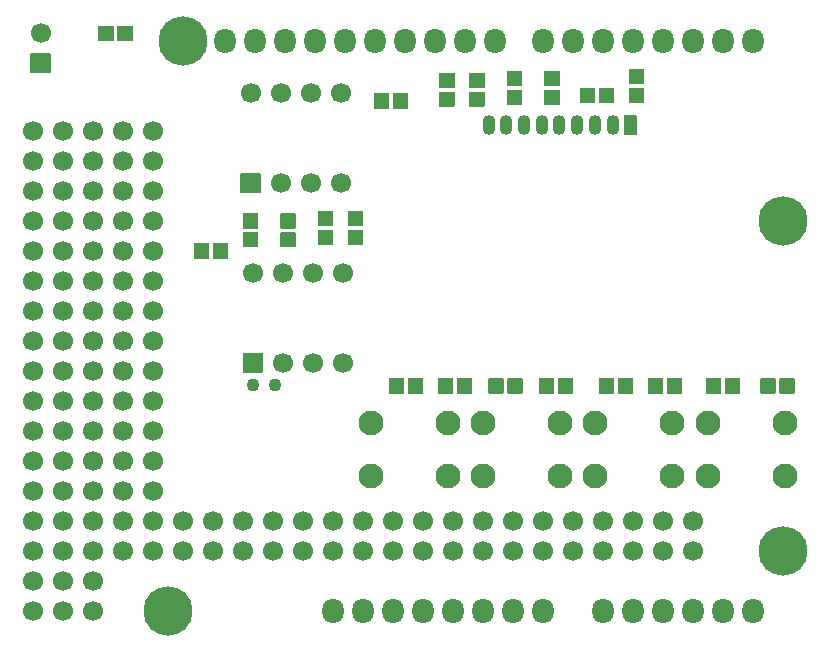
<source format=gts>
G04 #@! TF.GenerationSoftware,KiCad,Pcbnew,(5.1.12)-1*
G04 #@! TF.CreationDate,2021-12-01T17:13:29+09:00*
G04 #@! TF.ProjectId,kicad_arduino_LCD,6b696361-645f-4617-9264-75696e6f5f4c,rev?*
G04 #@! TF.SameCoordinates,PX7339f30PY4576b0c*
G04 #@! TF.FileFunction,Soldermask,Top*
G04 #@! TF.FilePolarity,Negative*
%FSLAX45Y45*%
G04 Gerber Fmt 4.5, Leading zero omitted, Abs format (unit mm)*
G04 Created by KiCad (PCBNEW (5.1.12)-1) date 2021-12-01 17:13:29*
%MOMM*%
%LPD*%
G01*
G04 APERTURE LIST*
%ADD10O,1.100000X1.700000*%
%ADD11C,1.700000*%
%ADD12C,2.100000*%
%ADD13O,1.827200X2.132000*%
%ADD14C,4.164000*%
%ADD15C,1.100000*%
G04 APERTURE END LIST*
D10*
X4111000Y-969000D03*
X4261000Y-969000D03*
X4411000Y-969000D03*
X4561000Y-969000D03*
X4711000Y-969000D03*
X4861000Y-969000D03*
X5011000Y-969000D03*
X5161000Y-969000D03*
G36*
G01*
X5366000Y-889000D02*
X5366000Y-1049000D01*
G75*
G02*
X5361000Y-1054000I-5000J0D01*
G01*
X5261000Y-1054000D01*
G75*
G02*
X5256000Y-1049000I0J5000D01*
G01*
X5256000Y-889000D01*
G75*
G02*
X5261000Y-884000I5000J0D01*
G01*
X5361000Y-884000D01*
G75*
G02*
X5366000Y-889000I0J-5000D01*
G01*
G37*
D11*
X762000Y-4826000D03*
X762000Y-5080000D03*
X508000Y-4826000D03*
X508000Y-5080000D03*
X254000Y-4826000D03*
X254000Y-5080000D03*
X5842000Y-4318000D03*
X5842000Y-4572000D03*
X5588000Y-4318000D03*
X5334000Y-4572000D03*
X5588000Y-4572000D03*
X5334000Y-4318000D03*
X4826000Y-4572000D03*
X4064000Y-4572000D03*
X5080000Y-4572000D03*
X4318000Y-4572000D03*
X4572000Y-4572000D03*
X4826000Y-4318000D03*
X4064000Y-4318000D03*
X5080000Y-4318000D03*
X4318000Y-4318000D03*
X4572000Y-4318000D03*
X3556000Y-4572000D03*
X2794000Y-4572000D03*
X3810000Y-4572000D03*
X3048000Y-4572000D03*
X3302000Y-4572000D03*
X3556000Y-4318000D03*
X2794000Y-4318000D03*
X3810000Y-4318000D03*
X3048000Y-4318000D03*
X3302000Y-4318000D03*
X2286000Y-4572000D03*
X1524000Y-4572000D03*
X2540000Y-4572000D03*
X1778000Y-4572000D03*
X2032000Y-4572000D03*
X2286000Y-4318000D03*
X1524000Y-4318000D03*
X2540000Y-4318000D03*
X1778000Y-4318000D03*
X2032000Y-4318000D03*
X1016000Y-4572000D03*
X254000Y-4572000D03*
X1270000Y-4572000D03*
X508000Y-4572000D03*
X762000Y-4572000D03*
X1016000Y-4318000D03*
X254000Y-4318000D03*
X1270000Y-4318000D03*
X508000Y-4318000D03*
X762000Y-4318000D03*
X1016000Y-4064000D03*
X254000Y-4064000D03*
X1270000Y-4064000D03*
X508000Y-4064000D03*
X762000Y-4064000D03*
X1016000Y-3810000D03*
X254000Y-3810000D03*
X1270000Y-3810000D03*
X508000Y-3810000D03*
X762000Y-3810000D03*
X1016000Y-3556000D03*
X254000Y-3556000D03*
X1270000Y-3556000D03*
X508000Y-3556000D03*
X762000Y-3556000D03*
X1016000Y-3302000D03*
X254000Y-3302000D03*
X1270000Y-3302000D03*
X508000Y-3302000D03*
X762000Y-3302000D03*
X1016000Y-3048000D03*
X254000Y-3048000D03*
X1270000Y-3048000D03*
X508000Y-3048000D03*
X762000Y-3048000D03*
X1016000Y-2794000D03*
X254000Y-2794000D03*
X1270000Y-2794000D03*
X508000Y-2794000D03*
X762000Y-2794000D03*
X1016000Y-2540000D03*
X254000Y-2540000D03*
X1270000Y-2540000D03*
X508000Y-2540000D03*
X762000Y-2540000D03*
X1016000Y-2286000D03*
X254000Y-2286000D03*
X1270000Y-2286000D03*
X508000Y-2286000D03*
X762000Y-2286000D03*
X1016000Y-2032000D03*
X254000Y-2032000D03*
X1270000Y-2032000D03*
X508000Y-2032000D03*
X762000Y-2032000D03*
X1016000Y-1778000D03*
X254000Y-1778000D03*
X1270000Y-1778000D03*
X508000Y-1778000D03*
X762000Y-1778000D03*
X1016000Y-1524000D03*
X254000Y-1524000D03*
X1270000Y-1524000D03*
X508000Y-1524000D03*
X762000Y-1524000D03*
X1016000Y-1270000D03*
X254000Y-1270000D03*
X1270000Y-1270000D03*
X508000Y-1270000D03*
X762000Y-1270000D03*
X1270000Y-1016000D03*
X1016000Y-1016000D03*
X762000Y-1016000D03*
X508000Y-1016000D03*
X254000Y-1016000D03*
G36*
G01*
X2155500Y-1843000D02*
X2035500Y-1843000D01*
G75*
G02*
X2030500Y-1838000I0J5000D01*
G01*
X2030500Y-1718000D01*
G75*
G02*
X2035500Y-1713000I5000J0D01*
G01*
X2155500Y-1713000D01*
G75*
G02*
X2160500Y-1718000I0J-5000D01*
G01*
X2160500Y-1838000D01*
G75*
G02*
X2155500Y-1843000I-5000J0D01*
G01*
G37*
G36*
G01*
X2155500Y-2003000D02*
X2035500Y-2003000D01*
G75*
G02*
X2030500Y-1998000I0J5000D01*
G01*
X2030500Y-1878000D01*
G75*
G02*
X2035500Y-1873000I5000J0D01*
G01*
X2155500Y-1873000D01*
G75*
G02*
X2160500Y-1878000I0J-5000D01*
G01*
X2160500Y-1998000D01*
G75*
G02*
X2155500Y-2003000I-5000J0D01*
G01*
G37*
G36*
G01*
X2473000Y-2003000D02*
X2353000Y-2003000D01*
G75*
G02*
X2348000Y-1998000I0J5000D01*
G01*
X2348000Y-1878000D01*
G75*
G02*
X2353000Y-1873000I5000J0D01*
G01*
X2473000Y-1873000D01*
G75*
G02*
X2478000Y-1878000I0J-5000D01*
G01*
X2478000Y-1998000D01*
G75*
G02*
X2473000Y-2003000I-5000J0D01*
G01*
G37*
G36*
G01*
X2473000Y-1843000D02*
X2353000Y-1843000D01*
G75*
G02*
X2348000Y-1838000I0J5000D01*
G01*
X2348000Y-1718000D01*
G75*
G02*
X2353000Y-1713000I5000J0D01*
G01*
X2473000Y-1713000D01*
G75*
G02*
X2478000Y-1718000I0J-5000D01*
G01*
X2478000Y-1838000D01*
G75*
G02*
X2473000Y-1843000I-5000J0D01*
G01*
G37*
D12*
X5969000Y-3487000D03*
X6619000Y-3487000D03*
X5969000Y-3937000D03*
X6619000Y-3937000D03*
D13*
X6350000Y-254000D03*
X6096000Y-254000D03*
X5842000Y-254000D03*
X5588000Y-254000D03*
X5334000Y-254000D03*
X5080000Y-254000D03*
X4826000Y-254000D03*
X4572000Y-254000D03*
D14*
X6604000Y-1778000D03*
X1524000Y-254000D03*
X6604000Y-4572000D03*
D13*
X4165600Y-254000D03*
X3911600Y-254000D03*
X3657600Y-254000D03*
X3403600Y-254000D03*
X3149600Y-254000D03*
X2895600Y-254000D03*
X2641600Y-254000D03*
X2387600Y-254000D03*
X2133600Y-254000D03*
X1879600Y-254000D03*
D14*
X1397000Y-5080000D03*
D13*
X6350000Y-5080000D03*
X6096000Y-5080000D03*
X5842000Y-5080000D03*
X5588000Y-5080000D03*
X5334000Y-5080000D03*
X5080000Y-5080000D03*
X4572000Y-5080000D03*
X4318000Y-5080000D03*
X4064000Y-5080000D03*
X3810000Y-5080000D03*
X3556000Y-5080000D03*
X3302000Y-5080000D03*
X3048000Y-5080000D03*
X2794000Y-5080000D03*
G36*
G01*
X397500Y-529500D02*
X237500Y-529500D01*
G75*
G02*
X232500Y-524500I0J5000D01*
G01*
X232500Y-364500D01*
G75*
G02*
X237500Y-359500I5000J0D01*
G01*
X397500Y-359500D01*
G75*
G02*
X402500Y-364500I0J-5000D01*
G01*
X402500Y-524500D01*
G75*
G02*
X397500Y-529500I-5000J0D01*
G01*
G37*
D11*
X317500Y-190500D03*
G36*
G01*
X1616500Y-2092000D02*
X1616500Y-1972000D01*
G75*
G02*
X1621500Y-1967000I5000J0D01*
G01*
X1741500Y-1967000D01*
G75*
G02*
X1746500Y-1972000I0J-5000D01*
G01*
X1746500Y-2092000D01*
G75*
G02*
X1741500Y-2097000I-5000J0D01*
G01*
X1621500Y-2097000D01*
G75*
G02*
X1616500Y-2092000I0J5000D01*
G01*
G37*
G36*
G01*
X1776500Y-2092000D02*
X1776500Y-1972000D01*
G75*
G02*
X1781500Y-1967000I5000J0D01*
G01*
X1901500Y-1967000D01*
G75*
G02*
X1906500Y-1972000I0J-5000D01*
G01*
X1906500Y-2092000D01*
G75*
G02*
X1901500Y-2097000I-5000J0D01*
G01*
X1781500Y-2097000D01*
G75*
G02*
X1776500Y-2092000I0J5000D01*
G01*
G37*
G36*
G01*
X5176000Y-655000D02*
X5176000Y-775000D01*
G75*
G02*
X5171000Y-780000I-5000J0D01*
G01*
X5051000Y-780000D01*
G75*
G02*
X5046000Y-775000I0J5000D01*
G01*
X5046000Y-655000D01*
G75*
G02*
X5051000Y-650000I5000J0D01*
G01*
X5171000Y-650000D01*
G75*
G02*
X5176000Y-655000I0J-5000D01*
G01*
G37*
G36*
G01*
X5016000Y-655000D02*
X5016000Y-775000D01*
G75*
G02*
X5011000Y-780000I-5000J0D01*
G01*
X4891000Y-780000D01*
G75*
G02*
X4886000Y-775000I0J5000D01*
G01*
X4886000Y-655000D01*
G75*
G02*
X4891000Y-650000I5000J0D01*
G01*
X5011000Y-650000D01*
G75*
G02*
X5016000Y-655000I0J-5000D01*
G01*
G37*
G36*
G01*
X4707500Y-796500D02*
X4587500Y-796500D01*
G75*
G02*
X4582500Y-791500I0J5000D01*
G01*
X4582500Y-671500D01*
G75*
G02*
X4587500Y-666500I5000J0D01*
G01*
X4707500Y-666500D01*
G75*
G02*
X4712500Y-671500I0J-5000D01*
G01*
X4712500Y-791500D01*
G75*
G02*
X4707500Y-796500I-5000J0D01*
G01*
G37*
G36*
G01*
X4707500Y-636500D02*
X4587500Y-636500D01*
G75*
G02*
X4582500Y-631500I0J5000D01*
G01*
X4582500Y-511500D01*
G75*
G02*
X4587500Y-506500I5000J0D01*
G01*
X4707500Y-506500D01*
G75*
G02*
X4712500Y-511500I0J-5000D01*
G01*
X4712500Y-631500D01*
G75*
G02*
X4707500Y-636500I-5000J0D01*
G01*
G37*
G36*
G01*
X5425000Y-620000D02*
X5305000Y-620000D01*
G75*
G02*
X5300000Y-615000I0J5000D01*
G01*
X5300000Y-495000D01*
G75*
G02*
X5305000Y-490000I5000J0D01*
G01*
X5425000Y-490000D01*
G75*
G02*
X5430000Y-495000I0J-5000D01*
G01*
X5430000Y-615000D01*
G75*
G02*
X5425000Y-620000I-5000J0D01*
G01*
G37*
G36*
G01*
X5425000Y-780000D02*
X5305000Y-780000D01*
G75*
G02*
X5300000Y-775000I0J5000D01*
G01*
X5300000Y-655000D01*
G75*
G02*
X5305000Y-650000I5000J0D01*
G01*
X5425000Y-650000D01*
G75*
G02*
X5430000Y-655000I0J-5000D01*
G01*
X5430000Y-775000D01*
G75*
G02*
X5425000Y-780000I-5000J0D01*
G01*
G37*
G36*
G01*
X2924500Y-1853000D02*
X3044500Y-1853000D01*
G75*
G02*
X3049500Y-1858000I0J-5000D01*
G01*
X3049500Y-1978000D01*
G75*
G02*
X3044500Y-1983000I-5000J0D01*
G01*
X2924500Y-1983000D01*
G75*
G02*
X2919500Y-1978000I0J5000D01*
G01*
X2919500Y-1858000D01*
G75*
G02*
X2924500Y-1853000I5000J0D01*
G01*
G37*
G36*
G01*
X2924500Y-1693000D02*
X3044500Y-1693000D01*
G75*
G02*
X3049500Y-1698000I0J-5000D01*
G01*
X3049500Y-1818000D01*
G75*
G02*
X3044500Y-1823000I-5000J0D01*
G01*
X2924500Y-1823000D01*
G75*
G02*
X2919500Y-1818000I0J5000D01*
G01*
X2919500Y-1698000D01*
G75*
G02*
X2924500Y-1693000I5000J0D01*
G01*
G37*
G36*
G01*
X2670500Y-1693000D02*
X2790500Y-1693000D01*
G75*
G02*
X2795500Y-1698000I0J-5000D01*
G01*
X2795500Y-1818000D01*
G75*
G02*
X2790500Y-1823000I-5000J0D01*
G01*
X2670500Y-1823000D01*
G75*
G02*
X2665500Y-1818000I0J5000D01*
G01*
X2665500Y-1698000D01*
G75*
G02*
X2670500Y-1693000I5000J0D01*
G01*
G37*
G36*
G01*
X2670500Y-1853000D02*
X2790500Y-1853000D01*
G75*
G02*
X2795500Y-1858000I0J-5000D01*
G01*
X2795500Y-1978000D01*
G75*
G02*
X2790500Y-1983000I-5000J0D01*
G01*
X2670500Y-1983000D01*
G75*
G02*
X2665500Y-1978000I0J5000D01*
G01*
X2665500Y-1858000D01*
G75*
G02*
X2670500Y-1853000I5000J0D01*
G01*
G37*
G36*
G01*
X4270000Y-666500D02*
X4390000Y-666500D01*
G75*
G02*
X4395000Y-671500I0J-5000D01*
G01*
X4395000Y-791500D01*
G75*
G02*
X4390000Y-796500I-5000J0D01*
G01*
X4270000Y-796500D01*
G75*
G02*
X4265000Y-791500I0J5000D01*
G01*
X4265000Y-671500D01*
G75*
G02*
X4270000Y-666500I5000J0D01*
G01*
G37*
G36*
G01*
X4270000Y-506500D02*
X4390000Y-506500D01*
G75*
G02*
X4395000Y-511500I0J-5000D01*
G01*
X4395000Y-631500D01*
G75*
G02*
X4390000Y-636500I-5000J0D01*
G01*
X4270000Y-636500D01*
G75*
G02*
X4265000Y-631500I0J5000D01*
G01*
X4265000Y-511500D01*
G75*
G02*
X4270000Y-506500I5000J0D01*
G01*
G37*
G36*
G01*
X3952500Y-683000D02*
X4072500Y-683000D01*
G75*
G02*
X4077500Y-688000I0J-5000D01*
G01*
X4077500Y-808000D01*
G75*
G02*
X4072500Y-813000I-5000J0D01*
G01*
X3952500Y-813000D01*
G75*
G02*
X3947500Y-808000I0J5000D01*
G01*
X3947500Y-688000D01*
G75*
G02*
X3952500Y-683000I5000J0D01*
G01*
G37*
G36*
G01*
X3952500Y-523000D02*
X4072500Y-523000D01*
G75*
G02*
X4077500Y-528000I0J-5000D01*
G01*
X4077500Y-648000D01*
G75*
G02*
X4072500Y-653000I-5000J0D01*
G01*
X3952500Y-653000D01*
G75*
G02*
X3947500Y-648000I0J5000D01*
G01*
X3947500Y-528000D01*
G75*
G02*
X3952500Y-523000I5000J0D01*
G01*
G37*
G36*
G01*
X3698500Y-523000D02*
X3818500Y-523000D01*
G75*
G02*
X3823500Y-528000I0J-5000D01*
G01*
X3823500Y-648000D01*
G75*
G02*
X3818500Y-653000I-5000J0D01*
G01*
X3698500Y-653000D01*
G75*
G02*
X3693500Y-648000I0J5000D01*
G01*
X3693500Y-528000D01*
G75*
G02*
X3698500Y-523000I5000J0D01*
G01*
G37*
G36*
G01*
X3698500Y-683000D02*
X3818500Y-683000D01*
G75*
G02*
X3823500Y-688000I0J-5000D01*
G01*
X3823500Y-808000D01*
G75*
G02*
X3818500Y-813000I-5000J0D01*
G01*
X3698500Y-813000D01*
G75*
G02*
X3693500Y-808000I0J5000D01*
G01*
X3693500Y-688000D01*
G75*
G02*
X3698500Y-683000I5000J0D01*
G01*
G37*
D12*
X5664600Y-3937000D03*
X5014600Y-3937000D03*
X5664600Y-3487000D03*
X5014600Y-3487000D03*
X4064600Y-3487000D03*
X4714600Y-3487000D03*
X4064600Y-3937000D03*
X4714600Y-3937000D03*
X3764600Y-3937000D03*
X3114600Y-3937000D03*
X3764600Y-3487000D03*
X3114600Y-3487000D03*
D15*
X2114000Y-3169000D03*
X2304000Y-3169000D03*
G36*
G01*
X2194000Y-3063500D02*
X2034000Y-3063500D01*
G75*
G02*
X2029000Y-3058500I0J5000D01*
G01*
X2029000Y-2898500D01*
G75*
G02*
X2034000Y-2893500I5000J0D01*
G01*
X2194000Y-2893500D01*
G75*
G02*
X2199000Y-2898500I0J-5000D01*
G01*
X2199000Y-3058500D01*
G75*
G02*
X2194000Y-3063500I-5000J0D01*
G01*
G37*
D11*
X2876000Y-2216500D03*
X2368000Y-2978500D03*
X2622000Y-2216500D03*
X2622000Y-2978500D03*
X2368000Y-2216500D03*
X2876000Y-2978500D03*
X2114000Y-2216500D03*
G36*
G01*
X807500Y-250500D02*
X807500Y-130500D01*
G75*
G02*
X812500Y-125500I5000J0D01*
G01*
X932500Y-125500D01*
G75*
G02*
X937500Y-130500I0J-5000D01*
G01*
X937500Y-250500D01*
G75*
G02*
X932500Y-255500I-5000J0D01*
G01*
X812500Y-255500D01*
G75*
G02*
X807500Y-250500I0J5000D01*
G01*
G37*
G36*
G01*
X967500Y-250500D02*
X967500Y-130500D01*
G75*
G02*
X972500Y-125500I5000J0D01*
G01*
X1092500Y-125500D01*
G75*
G02*
X1097500Y-130500I0J-5000D01*
G01*
X1097500Y-250500D01*
G75*
G02*
X1092500Y-255500I-5000J0D01*
G01*
X972500Y-255500D01*
G75*
G02*
X967500Y-250500I0J5000D01*
G01*
G37*
G36*
G01*
X6111000Y-3235000D02*
X6111000Y-3115000D01*
G75*
G02*
X6116000Y-3110000I5000J0D01*
G01*
X6236000Y-3110000D01*
G75*
G02*
X6241000Y-3115000I0J-5000D01*
G01*
X6241000Y-3235000D01*
G75*
G02*
X6236000Y-3240000I-5000J0D01*
G01*
X6116000Y-3240000D01*
G75*
G02*
X6111000Y-3235000I0J5000D01*
G01*
G37*
G36*
G01*
X5951000Y-3235000D02*
X5951000Y-3115000D01*
G75*
G02*
X5956000Y-3110000I5000J0D01*
G01*
X6076000Y-3110000D01*
G75*
G02*
X6081000Y-3115000I0J-5000D01*
G01*
X6081000Y-3235000D01*
G75*
G02*
X6076000Y-3240000I-5000J0D01*
G01*
X5956000Y-3240000D01*
G75*
G02*
X5951000Y-3235000I0J5000D01*
G01*
G37*
G36*
G01*
X5045500Y-3235000D02*
X5045500Y-3115000D01*
G75*
G02*
X5050500Y-3110000I5000J0D01*
G01*
X5170500Y-3110000D01*
G75*
G02*
X5175500Y-3115000I0J-5000D01*
G01*
X5175500Y-3235000D01*
G75*
G02*
X5170500Y-3240000I-5000J0D01*
G01*
X5050500Y-3240000D01*
G75*
G02*
X5045500Y-3235000I0J5000D01*
G01*
G37*
G36*
G01*
X5205500Y-3235000D02*
X5205500Y-3115000D01*
G75*
G02*
X5210500Y-3110000I5000J0D01*
G01*
X5330500Y-3110000D01*
G75*
G02*
X5335500Y-3115000I0J-5000D01*
G01*
X5335500Y-3235000D01*
G75*
G02*
X5330500Y-3240000I-5000J0D01*
G01*
X5210500Y-3240000D01*
G75*
G02*
X5205500Y-3235000I0J5000D01*
G01*
G37*
G36*
G01*
X4399500Y-3115000D02*
X4399500Y-3235000D01*
G75*
G02*
X4394500Y-3240000I-5000J0D01*
G01*
X4274500Y-3240000D01*
G75*
G02*
X4269500Y-3235000I0J5000D01*
G01*
X4269500Y-3115000D01*
G75*
G02*
X4274500Y-3110000I5000J0D01*
G01*
X4394500Y-3110000D01*
G75*
G02*
X4399500Y-3115000I0J-5000D01*
G01*
G37*
G36*
G01*
X4239500Y-3115000D02*
X4239500Y-3235000D01*
G75*
G02*
X4234500Y-3240000I-5000J0D01*
G01*
X4114500Y-3240000D01*
G75*
G02*
X4109500Y-3235000I0J5000D01*
G01*
X4109500Y-3115000D01*
G75*
G02*
X4114500Y-3110000I5000J0D01*
G01*
X4234500Y-3110000D01*
G75*
G02*
X4239500Y-3115000I0J-5000D01*
G01*
G37*
G36*
G01*
X3397500Y-3115000D02*
X3397500Y-3235000D01*
G75*
G02*
X3392500Y-3240000I-5000J0D01*
G01*
X3272500Y-3240000D01*
G75*
G02*
X3267500Y-3235000I0J5000D01*
G01*
X3267500Y-3115000D01*
G75*
G02*
X3272500Y-3110000I5000J0D01*
G01*
X3392500Y-3110000D01*
G75*
G02*
X3397500Y-3115000I0J-5000D01*
G01*
G37*
G36*
G01*
X3557500Y-3115000D02*
X3557500Y-3235000D01*
G75*
G02*
X3552500Y-3240000I-5000J0D01*
G01*
X3432500Y-3240000D01*
G75*
G02*
X3427500Y-3235000I0J5000D01*
G01*
X3427500Y-3115000D01*
G75*
G02*
X3432500Y-3110000I5000J0D01*
G01*
X3552500Y-3110000D01*
G75*
G02*
X3557500Y-3115000I0J-5000D01*
G01*
G37*
G36*
G01*
X6542000Y-3115000D02*
X6542000Y-3235000D01*
G75*
G02*
X6537000Y-3240000I-5000J0D01*
G01*
X6417000Y-3240000D01*
G75*
G02*
X6412000Y-3235000I0J5000D01*
G01*
X6412000Y-3115000D01*
G75*
G02*
X6417000Y-3110000I5000J0D01*
G01*
X6537000Y-3110000D01*
G75*
G02*
X6542000Y-3115000I0J-5000D01*
G01*
G37*
G36*
G01*
X6702000Y-3115000D02*
X6702000Y-3235000D01*
G75*
G02*
X6697000Y-3240000I-5000J0D01*
G01*
X6577000Y-3240000D01*
G75*
G02*
X6572000Y-3235000I0J5000D01*
G01*
X6572000Y-3115000D01*
G75*
G02*
X6577000Y-3110000I5000J0D01*
G01*
X6697000Y-3110000D01*
G75*
G02*
X6702000Y-3115000I0J-5000D01*
G01*
G37*
G36*
G01*
X5749500Y-3115000D02*
X5749500Y-3235000D01*
G75*
G02*
X5744500Y-3240000I-5000J0D01*
G01*
X5624500Y-3240000D01*
G75*
G02*
X5619500Y-3235000I0J5000D01*
G01*
X5619500Y-3115000D01*
G75*
G02*
X5624500Y-3110000I5000J0D01*
G01*
X5744500Y-3110000D01*
G75*
G02*
X5749500Y-3115000I0J-5000D01*
G01*
G37*
G36*
G01*
X5589500Y-3115000D02*
X5589500Y-3235000D01*
G75*
G02*
X5584500Y-3240000I-5000J0D01*
G01*
X5464500Y-3240000D01*
G75*
G02*
X5459500Y-3235000I0J5000D01*
G01*
X5459500Y-3115000D01*
G75*
G02*
X5464500Y-3110000I5000J0D01*
G01*
X5584500Y-3110000D01*
G75*
G02*
X5589500Y-3115000I0J-5000D01*
G01*
G37*
G36*
G01*
X4667500Y-3115000D02*
X4667500Y-3235000D01*
G75*
G02*
X4662500Y-3240000I-5000J0D01*
G01*
X4542500Y-3240000D01*
G75*
G02*
X4537500Y-3235000I0J5000D01*
G01*
X4537500Y-3115000D01*
G75*
G02*
X4542500Y-3110000I5000J0D01*
G01*
X4662500Y-3110000D01*
G75*
G02*
X4667500Y-3115000I0J-5000D01*
G01*
G37*
G36*
G01*
X4827500Y-3115000D02*
X4827500Y-3235000D01*
G75*
G02*
X4822500Y-3240000I-5000J0D01*
G01*
X4702500Y-3240000D01*
G75*
G02*
X4697500Y-3235000I0J5000D01*
G01*
X4697500Y-3115000D01*
G75*
G02*
X4702500Y-3110000I5000J0D01*
G01*
X4822500Y-3110000D01*
G75*
G02*
X4827500Y-3115000I0J-5000D01*
G01*
G37*
G36*
G01*
X3971500Y-3115000D02*
X3971500Y-3235000D01*
G75*
G02*
X3966500Y-3240000I-5000J0D01*
G01*
X3846500Y-3240000D01*
G75*
G02*
X3841500Y-3235000I0J5000D01*
G01*
X3841500Y-3115000D01*
G75*
G02*
X3846500Y-3110000I5000J0D01*
G01*
X3966500Y-3110000D01*
G75*
G02*
X3971500Y-3115000I0J-5000D01*
G01*
G37*
G36*
G01*
X3811500Y-3115000D02*
X3811500Y-3235000D01*
G75*
G02*
X3806500Y-3240000I-5000J0D01*
G01*
X3686500Y-3240000D01*
G75*
G02*
X3681500Y-3235000I0J5000D01*
G01*
X3681500Y-3115000D01*
G75*
G02*
X3686500Y-3110000I5000J0D01*
G01*
X3806500Y-3110000D01*
G75*
G02*
X3811500Y-3115000I0J-5000D01*
G01*
G37*
G36*
G01*
X3430500Y-702000D02*
X3430500Y-822000D01*
G75*
G02*
X3425500Y-827000I-5000J0D01*
G01*
X3305500Y-827000D01*
G75*
G02*
X3300500Y-822000I0J5000D01*
G01*
X3300500Y-702000D01*
G75*
G02*
X3305500Y-697000I5000J0D01*
G01*
X3425500Y-697000D01*
G75*
G02*
X3430500Y-702000I0J-5000D01*
G01*
G37*
G36*
G01*
X3270500Y-702000D02*
X3270500Y-822000D01*
G75*
G02*
X3265500Y-827000I-5000J0D01*
G01*
X3145500Y-827000D01*
G75*
G02*
X3140500Y-822000I0J5000D01*
G01*
X3140500Y-702000D01*
G75*
G02*
X3145500Y-697000I5000J0D01*
G01*
X3265500Y-697000D01*
G75*
G02*
X3270500Y-702000I0J-5000D01*
G01*
G37*
G36*
G01*
X2175500Y-1545500D02*
X2015500Y-1545500D01*
G75*
G02*
X2010500Y-1540500I0J5000D01*
G01*
X2010500Y-1380500D01*
G75*
G02*
X2015500Y-1375500I5000J0D01*
G01*
X2175500Y-1375500D01*
G75*
G02*
X2180500Y-1380500I0J-5000D01*
G01*
X2180500Y-1540500D01*
G75*
G02*
X2175500Y-1545500I-5000J0D01*
G01*
G37*
X2857500Y-698500D03*
X2349500Y-1460500D03*
X2603500Y-698500D03*
X2603500Y-1460500D03*
X2349500Y-698500D03*
X2857500Y-1460500D03*
X2095500Y-698500D03*
M02*

</source>
